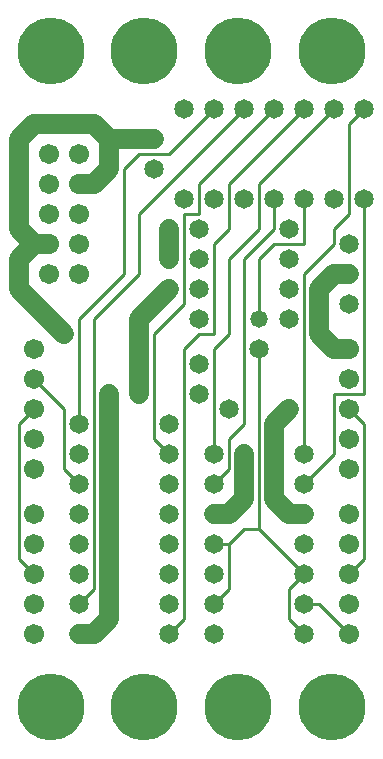
<source format=gtl>
%MOIN*%
%FSLAX25Y25*%
G04 D10 used for Character Trace; *
G04     Circle (OD=.01000) (No hole)*
G04 D11 used for Power Trace; *
G04     Circle (OD=.06500) (No hole)*
G04 D12 used for Signal Trace; *
G04     Circle (OD=.01100) (No hole)*
G04 D13 used for Via; *
G04     Circle (OD=.05800) (Round. Hole ID=.02800)*
G04 D14 used for Component hole; *
G04     Circle (OD=.06500) (Round. Hole ID=.03500)*
G04 D15 used for Component hole; *
G04     Circle (OD=.06700) (Round. Hole ID=.04300)*
G04 D16 used for Component hole; *
G04     Circle (OD=.08100) (Round. Hole ID=.05100)*
G04 D17 used for Component hole; *
G04     Circle (OD=.08900) (Round. Hole ID=.05900)*
G04 D18 used for Component hole; *
G04     Circle (OD=.11300) (Round. Hole ID=.08300)*
G04 D19 used for Component hole; *
G04     Circle (OD=.16000) (Round. Hole ID=.13000)*
G04 D20 used for Component hole; *
G04     Circle (OD=.18300) (Round. Hole ID=.15300)*
G04 D21 used for Component hole; *
G04     Circle (OD=.22291) (Round. Hole ID=.19291)*
%ADD10C,.01000*%
%ADD11C,.06500*%
%ADD12C,.01100*%
%ADD13C,.05800*%
%ADD14C,.06500*%
%ADD15C,.06700*%
%ADD16C,.08100*%
%ADD17C,.08900*%
%ADD18C,.11300*%
%ADD19C,.16000*%
%ADD20C,.18300*%
%ADD21C,.22291*%
%IPPOS*%
%LPD*%
G90*X0Y0D02*D21*X15625Y15625D03*D11*              
X25000Y40000D02*X30000D01*D14*X25000D03*D11*      
X30000D02*X35000Y45000D01*Y70000D01*D13*D03*D11*  
Y85000D01*D13*D03*D11*Y120000D01*D14*D03*         
X25000Y110000D03*D12*Y145000D01*X40000Y160000D01* 
Y195000D01*X45000Y200000D01*X55000D01*            
X70000Y215000D01*D14*D03*X80000D03*D12*           
X45000Y180000D01*Y160000D01*X30000Y145000D01*     
Y55000D01*X25000Y50000D01*D14*D03*Y60000D03*D15*  
X10000D03*D12*X5000Y65000D01*Y110000D01*          
X10000Y115000D01*D15*D03*D12*X20000Y95000D02*     
Y115000D01*X25000Y90000D02*X20000Y95000D01*D14*   
X25000Y90000D03*Y100000D03*Y80000D03*D15*         
X10000Y105000D03*Y95000D03*Y80000D03*Y70000D03*   
D14*X25000D03*D12*X20000Y115000D02*               
X10000Y125000D01*D15*D03*Y135000D03*D13*          
X20000Y140000D03*D11*X5000Y155000D01*Y165000D01*  
X10000Y170000D01*X15000D01*D15*D03*D11*X10000D02* 
X5000Y175000D01*Y205000D01*X10000Y210000D01*      
X30000D01*X35000Y205000D01*Y195000D01*            
X30000Y190000D01*X25000D01*D15*D03*               
X15000Y200000D03*Y180000D03*X25000Y200000D03*     
X15000Y190000D03*X25000Y180000D03*D11*            
X35000Y205000D02*X50000D01*D14*D03*               
X60000Y215000D03*X50000Y195000D03*D12*            
X65000Y180000D02*Y190000D01*X60000Y180000D02*     
X65000D01*X60000Y150000D02*Y180000D01*            
X50000Y140000D02*X60000Y150000D01*                
X50000Y105000D02*Y140000D01*X55000Y100000D02*     
X50000Y105000D01*D14*X55000Y100000D03*Y110000D03* 
Y90000D03*X70000D03*D12*X75000Y95000D01*          
Y105000D01*X80000Y110000D01*Y165000D01*           
X90000Y175000D01*Y185000D01*D14*D03*D12*          
X85000Y175000D02*Y190000D01*X75000Y165000D02*     
X85000Y175000D01*X75000Y140000D02*Y165000D01*     
X70000Y135000D02*X75000Y140000D01*                
X70000Y100000D02*Y135000D01*D14*Y100000D03*D13*   
X80000D03*D11*Y85000D01*X75000Y80000D01*X70000D01*
D14*D03*D12*X75000Y70000D02*X80000Y75000D01*      
X75000Y55000D02*Y70000D01*X70000Y50000D02*        
X75000Y55000D01*D14*X70000Y50000D03*Y60000D03*    
Y40000D03*D12*X55000D02*X60000Y45000D01*D14*      
X55000Y40000D03*D12*X60000Y45000D02*Y135000D01*   
X65000Y140000D01*X70000D01*Y170000D01*            
X75000Y175000D01*Y190000D01*X100000Y215000D01*D14*
D03*X110000D03*D12*X85000Y190000D01*D14*          
X80000Y185000D03*X100000D03*D12*Y170000D01*       
X90000D01*X85000Y165000D01*Y145000D01*D13*D03*D14*
X95000Y155000D03*Y145000D03*X85000Y135000D03*D12* 
Y75000D01*X100000Y60000D01*D14*D03*D12*           
X95000Y55000D01*Y45000D01*X100000Y40000D01*D14*   
D03*D12*X115000D02*X105000Y50000D01*D15*          
X115000Y40000D03*D12*X100000Y50000D02*X105000D01* 
D14*X100000D03*D15*X115000D03*Y60000D03*D12*      
X120000Y65000D01*Y110000D01*X115000Y115000D01*D15*
D03*D12*X110000Y120000D02*X120000D01*             
X110000Y100000D02*Y120000D01*X100000Y90000D02*    
X110000Y100000D01*D14*X100000Y90000D03*D11*       
X95000Y80000D02*X100000D01*D14*D03*D11*X95000D02* 
X90000Y85000D01*Y110000D01*X95000Y115000D01*D14*  
D03*X100000Y100000D03*D12*Y160000D01*             
X110000Y170000D01*Y175000D01*X115000Y180000D01*   
Y210000D01*X120000Y215000D01*D14*D03*D21*         
X109375Y234375D03*D14*X110000Y185000D03*          
X90000Y215000D03*D12*X65000Y190000D01*D14*        
X70000Y185000D03*X60000D03*D13*X55000Y175000D03*  
D11*Y165000D01*D14*D03*X65000Y155000D03*          
Y175000D03*Y165000D03*X55000Y155000D03*D11*       
X45000Y145000D01*Y120000D01*D14*D03*X65000D03*    
Y130000D03*Y145000D03*X75000Y115000D03*           
X55000Y80000D03*D15*X25000Y160000D03*X15000D03*   
D12*X80000Y75000D02*X85000D01*X70000Y70000D02*    
X75000D01*D14*X70000D03*X55000D03*Y60000D03*      
Y50000D03*X100000Y70000D03*D15*X115000D03*        
Y80000D03*Y95000D03*Y105000D03*D12*               
X120000Y120000D02*Y185000D01*D14*D03*             
X115000Y170000D03*D11*X105000Y155000D02*          
X110000Y160000D01*X105000Y140000D02*Y155000D01*   
X110000Y135000D02*X105000Y140000D01*              
X110000Y135000D02*X115000D01*D15*D03*Y125000D03*  
D14*Y150000D03*Y160000D03*D11*X110000D01*D14*     
X95000Y175000D03*Y165000D03*D21*X78125Y234375D03* 
X46875D03*D15*X25000Y170000D03*D21*               
X15625Y234375D03*D15*X10000Y50000D03*Y40000D03*   
D21*X46875Y15625D03*X78125D03*X109375D03*M02*     

</source>
